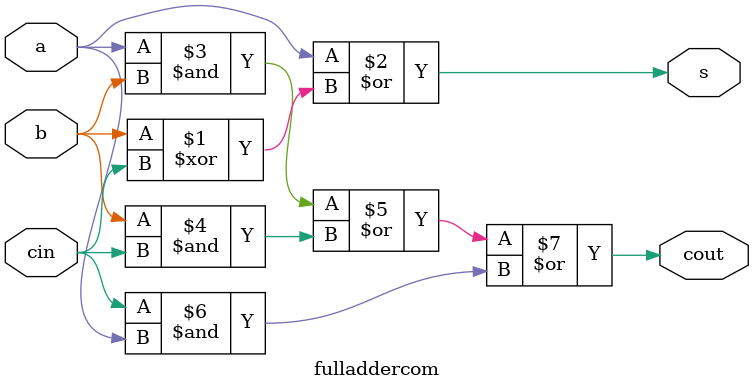
<source format=v>
`timescale 1ns / 1ps
module fulladdercom(a,b,cin,s,cout);

input a,b,cin;
output s,cout;
assign s = a|b^ cin;
assign cout =(a&b)|(b&cin)|(cin&a);


endmodule

</source>
